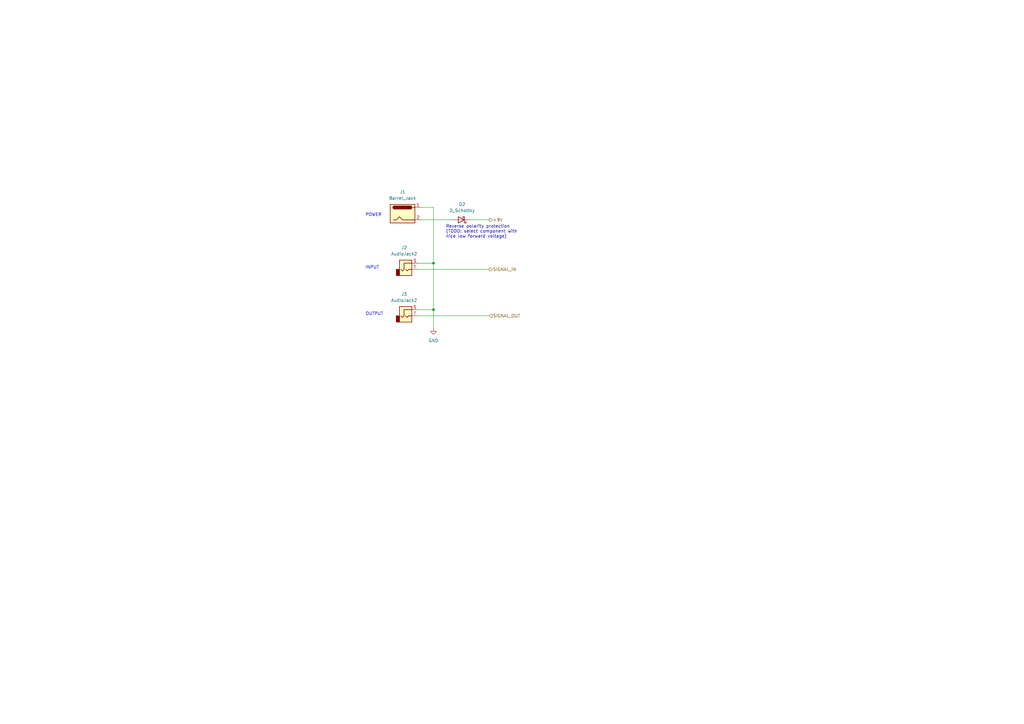
<source format=kicad_sch>
(kicad_sch (version 20211123) (generator eeschema)
  (paper "A3")
  (title_block (title "Connectors") (date "2024-11-06") (rev "V0.1"))
  (lib_symbols
    (symbol "Connector:AudioJack2"
      (property "Reference" "J" (at 0 8.89 0))
      (property "Value" "AudioJack2" (at 0 6.35 0))
      (symbol "AudioJack2_0_1"
        (rectangle (start -3.81 0) (end -2.54 -2.54) (stroke (width 0.254)) (fill (type outline)))
        (rectangle (start -2.54 3.81) (end 2.54 -2.54) (stroke (width 0.254)) (fill (type background)))
        (polyline (pts (xy 0 0) (xy 0.635 -0.635) (xy 1.27 0) (xy 2.54 0)) (stroke (width 0.254)))
        (polyline (pts (xy 2.54 2.54) (xy -0.635 2.54) (xy -0.635 0) (xy -1.27 -0.635) (xy -1.905 0)) (stroke (width 0.254)))
      )
      (symbol "AudioJack2_1_1"
        (pin passive line (at 5.08 2.54 180) (length 2.54) (name "~") (number "S"))
        (pin passive line (at 5.08 0 180) (length 2.54) (name "~") (number "T"))
      )
    )
    (symbol "Connector:Barrel_Jack" (pin_names (offset 1.016))
      (property "Reference" "J" (at 0 5.334 0))
      (property "Value" "Barrel_Jack" (at 0 -5.08 0))
      (symbol "Barrel_Jack_0_1"
        (rectangle (start -5.08 3.81) (end 5.08 -3.81) (stroke (width 0.254)) (fill (type background)))
        (arc (start -3.302 3.175) (mid -3.937 2.54) (end -3.302 1.905) (stroke (width 0.254)))
        (arc (start -3.302 3.175) (mid -3.937 2.54) (end -3.302 1.905) (stroke (width 0.254)) (fill (type outline)))
        (polyline (pts (xy 5.08 2.54) (xy 3.81 2.54)) (stroke (width 0.254)))
        (polyline (pts (xy -3.81 -2.54) (xy -2.54 -2.54) (xy -1.27 -1.27) (xy 0 -2.54) (xy 2.54 -2.54) (xy 5.08 -2.54)) (stroke (width 0.254)))
        (rectangle (start 3.683 3.175) (end -3.302 1.905) (stroke (width 0.254)) (fill (type outline)))
      )
      (symbol "Barrel_Jack_1_1"
        (pin passive line (at 7.62 2.54 180) (length 2.54) (name "~") (number "1"))
        (pin passive line (at 7.62 -2.54 180) (length 2.54) (name "~") (number "2"))
      )
    )
    (symbol "Device:D_Schottky" (pin_numbers hide) (pin_names (offset 1.016) hide)
      (property "Reference" "D" (at 0 2.54 0))
      (property "Value" "D_Schottky" (at 0 -2.54 0))
      (symbol "D_Schottky_0_1"
        (polyline (pts (xy 1.27 0) (xy -1.27 0)))
        (polyline (pts (xy 1.27 1.27) (xy 1.27 -1.27) (xy -1.27 0) (xy 1.27 1.27)) (stroke (width 0.254)))
        (polyline (pts (xy -1.905 0.635) (xy -1.905 1.27) (xy -1.27 1.27) (xy -1.27 -1.27) (xy -0.635 -1.27) (xy -0.635 -0.635)) (stroke (width 0.254)))
      )
      (symbol "D_Schottky_1_1"
        (pin passive line (at -3.81 0 0) (length 2.54) (name "K") (number "1"))
        (pin passive line (at 3.81 0 180) (length 2.54) (name "A") (number "2"))
      )
    )
    (symbol "power:GND" (power) (pin_names (offset 0))
      (property "Value" "GND" (at 0 -3.81 0))
      (symbol "GND_0_1"
        (polyline (pts (xy 0 0) (xy 0 -1.27) (xy 1.27 -1.27) (xy 0 -2.54) (xy -1.27 -1.27) (xy 0 -1.27)))
      )
      (symbol "GND_1_1"
        (pin power_in line (at 0 0 270) (length 0) hide (name "GND") (number "1"))
      )
    )
  )
  (junction (at 177.8 127))
  (junction (at 177.8 107.95))
  (wire (pts (xy 171.45 129.54) (xy 200.66 129.54)))
  (wire (pts (xy 177.8 107.95) (xy 177.8 127)))
  (wire (pts (xy 172.72 90.17) (xy 185.42 90.17)))
  (wire (pts (xy 172.72 85.09) (xy 177.8 85.09)))
  (wire (pts (xy 193.04 90.17) (xy 200.66 90.17)))
  (wire (pts (xy 177.8 127) (xy 177.8 134.62)))
  (wire (pts (xy 171.45 127) (xy 177.8 127)))
  (wire (pts (xy 171.45 107.95) (xy 177.8 107.95)))
  (wire (pts (xy 171.45 110.49) (xy 200.66 110.49)))
  (wire (pts (xy 177.8 85.09) (xy 177.8 107.95)))
  (text "INPUT" (at 149.86 110.49 0) (effects (font (size 1.27 1.27)) (justify left bottom)))
  (text "OUTPUT" (at 149.86 129.54 0) (effects (font (size 1.27 1.27)) (justify left bottom)))
  (text "Reverse polarity protection \n(TODO: select component with\nnice low forward voltage)" (at 182.88 97.79 0) (effects (font (size 1.27 1.27)) (justify left bottom)))
  (text "POWER" (at 149.86 88.9 0) (effects (font (size 1.27 1.27)) (justify left bottom)))
  (hierarchical_label "SIGNAL_OUT" (shape input) (at 200.66 129.54 0))
  (hierarchical_label "SIGNAL_IN" (shape output) (at 200.66 110.49 0))
  (hierarchical_label "+9V" (shape output) (at 200.66 90.17 0))
  (symbol (lib_id "Device:D_Schottky") (at 189.23 90.17 180) (unit 1)
    (property "Reference" "D2" (at 189.5475 83.82 0))
    (property "Value" "D_Schottky" (at 189.5475 86.36 0))
  )
  (symbol (lib_id "Connector:Barrel_Jack") (at 165.1 87.63 0) (unit 1)
    (property "Reference" "J1" (at 165.1 78.74 0))
    (property "Value" "Barrel_Jack" (at 165.1 81.28 0))
  )
  (symbol (lib_id "Connector:AudioJack2") (at 166.37 110.49 0) (unit 1)
    (property "Reference" "J2" (at 165.735 101.6 0))
    (property "Value" "AudioJack2" (at 165.735 104.14 0))
  )
  (symbol (lib_id "Connector:AudioJack2") (at 166.37 129.54 0) (unit 1)
    (property "Reference" "J3" (at 165.735 120.65 0))
    (property "Value" "AudioJack2" (at 165.735 123.19 0))
  )
  (symbol (lib_id "power:GND") (at 177.8 134.62 0) (unit 1)
    (property "Reference" "#PWR05" (effects hide))
    (property "Value" "GND" (at 177.8 139.7 0))
  )
)
</source>
